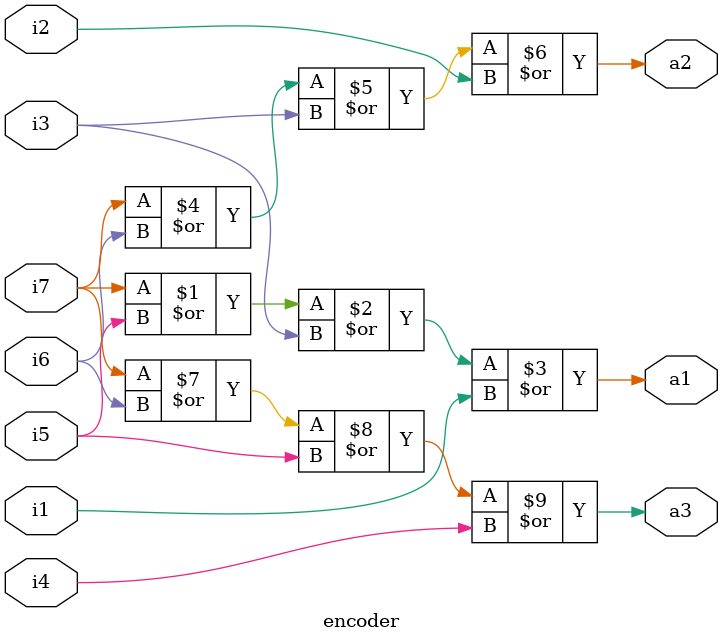
<source format=v>
`timescale 1ns / 1ps


module encoder(
input i1,i2,i3,i4,i5,i6,i7,
output a1,a2,a3);

assign a1 = (i7|i5|i3|i1);
assign a2 = (i7|i6|i3|i2);
assign a3 = (i7|i6|i5|i4);
endmodule

</source>
